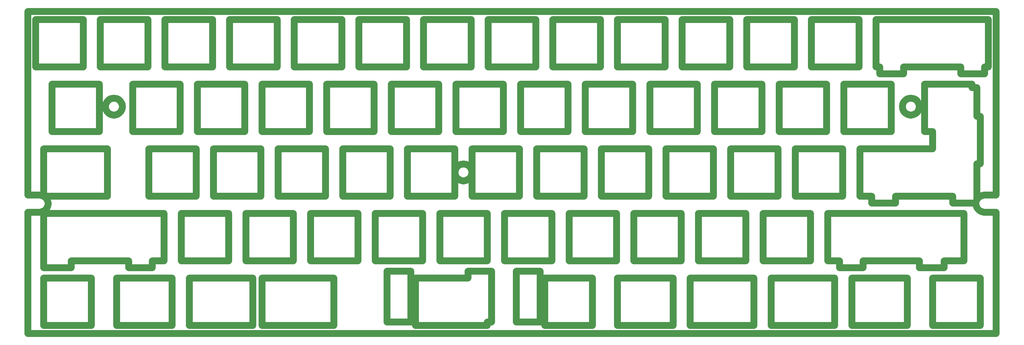
<source format=gbr>
G04 #@! TF.GenerationSoftware,KiCad,Pcbnew,(5.1.10)-1*
G04 #@! TF.CreationDate,2021-11-22T23:52:00+09:00*
G04 #@! TF.ProjectId,Plate1,506c6174-6531-42e6-9b69-6361645f7063,rev?*
G04 #@! TF.SameCoordinates,Original*
G04 #@! TF.FileFunction,Soldermask,Top*
G04 #@! TF.FilePolarity,Negative*
%FSLAX46Y46*%
G04 Gerber Fmt 4.6, Leading zero omitted, Abs format (unit mm)*
G04 Created by KiCad (PCBNEW (5.1.10)-1) date 2021-11-22 23:52:00*
%MOMM*%
%LPD*%
G01*
G04 APERTURE LIST*
%ADD10C,2.000000*%
G04 APERTURE END LIST*
D10*
X255692751Y-54437001D02*
X272568751Y-54437001D01*
X272568751Y-54437001D02*
X272568751Y-56437001D01*
X281873001Y-59138401D02*
X285374001Y-59138401D01*
X281100001Y-59015700D02*
X281873001Y-59138401D01*
X248692751Y-56437001D02*
X255692751Y-56437001D01*
X279497001Y-57410201D02*
X279851001Y-58107601D01*
X279374001Y-56637200D02*
X279497001Y-57410201D01*
X285374001Y-59138401D02*
X285374001Y-94874001D01*
X279851001Y-58107601D02*
X280404001Y-58661501D01*
X280404001Y-58661501D02*
X281100001Y-59015700D01*
X248692751Y-54437001D02*
X248692751Y-56437001D01*
X255692751Y-56437001D02*
X255692751Y-54437001D01*
X279405906Y-56437001D02*
X279374001Y-56637200D01*
X272568751Y-56437001D02*
X279405906Y-56437001D01*
X5520891Y-55168301D02*
X4968301Y-54614100D01*
X5876421Y-57410201D02*
X5999050Y-56638700D01*
X30912000Y-35387001D02*
X44912001Y-35387001D01*
X166355751Y-78537001D02*
X152355751Y-78537001D01*
X30912000Y-21387000D02*
X30912000Y-35387001D01*
X149974501Y-54437001D02*
X163974501Y-54437001D01*
X3499300Y-59138401D02*
X4272381Y-59015700D01*
X0Y-94874001D02*
X-915Y-59138401D01*
X149974501Y-40437001D02*
X149974501Y-54437001D01*
X159212001Y-21387000D02*
X145212001Y-21387000D01*
X280655751Y-30912001D02*
X279655751Y-30912001D01*
X145212001Y-21387000D02*
X145212001Y-35387001D01*
X163974501Y-54437001D02*
X163974501Y-40437001D01*
X281873001Y-54137501D02*
X281100001Y-54260201D01*
X4272381Y-59015700D02*
X4968301Y-58661501D01*
X245224501Y-54437001D02*
X248692751Y-54437001D01*
X259224501Y-40437001D02*
X245224501Y-40437001D01*
X264274501Y-21387000D02*
X264274501Y-35387001D01*
X266655751Y-35387001D02*
X266655751Y-40431230D01*
X285374001Y-54137501D02*
X281873001Y-54137501D01*
X7099501Y-35387001D02*
X21099501Y-35387001D01*
X21099501Y-21387000D02*
X7099501Y-21387000D01*
X166355751Y-92537001D02*
X166355751Y-78537001D01*
X145212001Y-35387001D02*
X159212001Y-35387001D01*
X279655751Y-44912001D02*
X280655751Y-44912001D01*
X44912001Y-21387000D02*
X30912000Y-21387000D01*
X-915Y-59138401D02*
X3499300Y-59138401D01*
X7099501Y-21387000D02*
X7099501Y-35387001D01*
X152355751Y-92537001D02*
X166355751Y-92537001D01*
X42530751Y-78537001D02*
X26149500Y-78537001D01*
X26149500Y-78537001D02*
X26149500Y-92537001D01*
X278274501Y-22474001D02*
X278274501Y-21387000D01*
X279655751Y-55552789D02*
X279655751Y-44912001D01*
X21099501Y-35387001D02*
X21099501Y-21387000D01*
X42530751Y-92537001D02*
X42530751Y-78537001D01*
X202074501Y-54437001D02*
X202074501Y-40437001D01*
X279655751Y-22474001D02*
X278274501Y-22474001D01*
X4968301Y-54614100D02*
X4272381Y-54260201D01*
X285374001Y-94874001D02*
X0Y-94874001D01*
X188074501Y-54437001D02*
X202074501Y-54437001D01*
X245224501Y-40437001D02*
X245224501Y-54437001D01*
X266655751Y-40431230D02*
X259224501Y-40437001D01*
X279851001Y-55168301D02*
X279655751Y-55552789D01*
X281100001Y-54260201D02*
X280404001Y-54614100D01*
X4968301Y-58661501D02*
X5520891Y-58107601D01*
X-915Y-54137501D02*
X0Y0D01*
X26149500Y-92537001D02*
X42530751Y-92537001D01*
X44912001Y-35387001D02*
X44912001Y-21387000D01*
X264274501Y-35387001D02*
X266655751Y-35387001D01*
X5876421Y-55865400D02*
X5520891Y-55168301D01*
X159212001Y-35387001D02*
X159212001Y-21387000D01*
X280655751Y-44912001D02*
X280655751Y-30912001D01*
X5999050Y-56638700D02*
X5876421Y-55865400D01*
X4272381Y-54260201D02*
X3500680Y-54137501D01*
X5520891Y-58107601D02*
X5876421Y-57410201D01*
X188074501Y-40437001D02*
X188074501Y-54437001D01*
X202074501Y-40437001D02*
X188074501Y-40437001D01*
X278274501Y-21387000D02*
X264274501Y-21387000D01*
X279655751Y-30912001D02*
X279655751Y-22474001D01*
X152355751Y-78537001D02*
X152355751Y-92537001D01*
X280404001Y-54614100D02*
X279851001Y-55168301D01*
X285374001Y0D02*
X285374001Y-54137501D01*
X0Y0D02*
X285374001Y0D01*
X3500680Y-54137501D02*
X-915Y-54137501D01*
X187787001Y-2337001D02*
X173787001Y-2337001D01*
X230649501Y-59487001D02*
X216649501Y-59487001D01*
X88062001Y-21387000D02*
X88062001Y-35387001D01*
X23009601Y-27264300D02*
X22886900Y-28038600D01*
X102062001Y-21387000D02*
X88062001Y-21387000D01*
X4718251Y-92537001D02*
X18718251Y-92537001D01*
X254462001Y-35387001D02*
X254462001Y-21387000D01*
X25386701Y-25537800D02*
X24613600Y-25660200D01*
X26855701Y-26014400D02*
X26159800Y-25660200D01*
X26855701Y-30060401D02*
X27406900Y-29506500D01*
X187787001Y-16337000D02*
X187787001Y-2337001D01*
X159499501Y-59487001D02*
X159499501Y-73487001D01*
X24613600Y-30414600D02*
X25386701Y-30538401D01*
X216649501Y-73487001D02*
X230649501Y-73487001D01*
X24613600Y-25660200D02*
X23917701Y-26014400D01*
X213980751Y-92537001D02*
X213980751Y-78537001D01*
X4718251Y-54437001D02*
X23480751Y-54437001D01*
X163974501Y-40437001D02*
X149974501Y-40437001D01*
X173787001Y-16337000D02*
X187787001Y-16337000D01*
X216649501Y-59487001D02*
X216649501Y-73487001D01*
X23363701Y-29506500D02*
X23917701Y-30060401D01*
X22886900Y-28038600D02*
X23009601Y-28810500D01*
X23363701Y-26568200D02*
X23009601Y-27264300D01*
X25386701Y-30538401D02*
X26159800Y-30414600D01*
X178262001Y-21387000D02*
X164262001Y-21387000D01*
X164262001Y-35387001D02*
X178262001Y-35387001D01*
X192837001Y-2337001D02*
X192837001Y-16337000D01*
X26159800Y-25660200D02*
X25386701Y-25537800D01*
X4718251Y-40437001D02*
X4718251Y-54437001D01*
X225887001Y-16337000D02*
X225887001Y-2337001D01*
X23009601Y-28810500D02*
X23363701Y-29506500D01*
X195218251Y-92537001D02*
X213980751Y-92537001D01*
X211887001Y-16337000D02*
X225887001Y-16337000D01*
X23917701Y-30060401D02*
X24613600Y-30414600D01*
X173499501Y-59487001D02*
X159499501Y-59487001D01*
X27763801Y-27264300D02*
X27406900Y-26568200D01*
X173499501Y-73487001D02*
X173499501Y-59487001D01*
X18718251Y-92537001D02*
X18718251Y-78537001D01*
X27406900Y-26568200D02*
X26855701Y-26014400D01*
X27886400Y-28038600D02*
X27763801Y-27264300D01*
X178262001Y-35387001D02*
X178262001Y-21387000D01*
X206837001Y-16337000D02*
X206837001Y-2337001D01*
X206837001Y-2337001D02*
X192837001Y-2337001D01*
X211887001Y-2337001D02*
X211887001Y-16337000D01*
X240462001Y-21387000D02*
X240462001Y-35387001D01*
X230649501Y-73487001D02*
X230649501Y-59487001D01*
X102062001Y-35387001D02*
X102062001Y-21387000D01*
X23480751Y-40437001D02*
X4718251Y-40437001D01*
X213980751Y-78537001D02*
X195218251Y-78537001D01*
X4718251Y-78537001D02*
X4718251Y-92537001D01*
X26159800Y-30414600D02*
X26855701Y-30060401D01*
X225887001Y-2337001D02*
X211887001Y-2337001D01*
X254462001Y-21387000D02*
X240462001Y-21387000D01*
X18718251Y-78537001D02*
X4718251Y-78537001D01*
X240462001Y-35387001D02*
X254462001Y-35387001D01*
X27763801Y-28810500D02*
X27886400Y-28038600D01*
X27406900Y-29506500D02*
X27763801Y-28810500D01*
X23480751Y-54437001D02*
X23480751Y-40437001D01*
X195218251Y-78537001D02*
X195218251Y-92537001D01*
X164262001Y-21387000D02*
X164262001Y-35387001D01*
X192837001Y-16337000D02*
X206837001Y-16337000D01*
X173787001Y-2337001D02*
X173787001Y-16337000D01*
X159499501Y-73487001D02*
X173499501Y-73487001D01*
X88062001Y-35387001D02*
X102062001Y-35387001D01*
X242843251Y-92537001D02*
X259224501Y-92537001D01*
X257858001Y-27264300D02*
X257736000Y-28038600D01*
X59487001Y-16337000D02*
X73487001Y-16337000D01*
X59487001Y-2337001D02*
X59487001Y-16337000D01*
X262613001Y-28810500D02*
X262736000Y-28038600D01*
X260236000Y-30538401D02*
X261008001Y-30414600D01*
X260236000Y-25537800D02*
X259463001Y-25660200D01*
X261008001Y-30414600D02*
X261705000Y-30060401D01*
X230937001Y-16337000D02*
X244937001Y-16337000D01*
X258766001Y-30060401D02*
X259463001Y-30414600D01*
X258213001Y-29506500D02*
X258766001Y-30060401D01*
X249987012Y-16337001D02*
X251073916Y-16337001D01*
X270043751Y-73487001D02*
X275893251Y-73487001D01*
X270043751Y-75487001D02*
X270043751Y-73487001D01*
X261705000Y-26014400D02*
X261008001Y-25660200D01*
X262774338Y-75487001D02*
X270043751Y-75487001D01*
X251074001Y-18337001D02*
X258074001Y-18337001D01*
X262258001Y-26568200D02*
X261705000Y-26014400D01*
X257736000Y-28038600D02*
X257858001Y-28810500D01*
X259224501Y-78537001D02*
X242843251Y-78537001D01*
X259224501Y-92537001D02*
X259224501Y-78537001D01*
X262613001Y-27264300D02*
X262258001Y-26568200D01*
X262258001Y-29506500D02*
X262613001Y-28810500D01*
X73487001Y-16337000D02*
X73487001Y-2337001D01*
X258766001Y-26014400D02*
X258213001Y-26568200D01*
X259463001Y-25660200D02*
X258766001Y-26014400D01*
X258074001Y-16337001D02*
X259512001Y-16337000D01*
X261705000Y-30060401D02*
X262258001Y-29506500D01*
X261008001Y-25660200D02*
X260236000Y-25537800D01*
X130924501Y-54437001D02*
X144924501Y-54437001D01*
X73487001Y-2337001D02*
X59487001Y-2337001D01*
X262774338Y-73487001D02*
X262774338Y-75487001D01*
X246167751Y-73487001D02*
X262774338Y-73487001D01*
X281950001Y-16337001D02*
X283037014Y-16337001D01*
X249987012Y-2337001D02*
X249987012Y-16337001D01*
X262736000Y-28038600D02*
X262613001Y-27264300D01*
X259463001Y-30414600D02*
X260236000Y-30538401D01*
X244937001Y-16337000D02*
X244937001Y-2337001D01*
X258213001Y-26568200D02*
X257858001Y-27264300D01*
X242843251Y-78537001D02*
X242843251Y-92537001D01*
X274950073Y-16337000D02*
X274950001Y-18337001D01*
X251073916Y-16337001D02*
X251074001Y-18337001D01*
X259512001Y-16337000D02*
X274950073Y-16337000D01*
X257858001Y-28810500D02*
X258213001Y-29506500D01*
X144924501Y-54437001D02*
X144924501Y-40437001D01*
X244937001Y-2337001D02*
X230937001Y-2337001D01*
X283037014Y-2337001D02*
X249987012Y-2337001D01*
X283037014Y-16337001D02*
X283037014Y-2337001D01*
X274950001Y-18337001D02*
X281950001Y-18337001D01*
X230937001Y-2337001D02*
X230937001Y-16337000D01*
X281950001Y-18337001D02*
X281950001Y-16337001D01*
X258074001Y-18337001D02*
X258074001Y-16337001D01*
X97587001Y-16337000D02*
X111587001Y-16337000D01*
X154449501Y-59487001D02*
X140449501Y-59487001D01*
X59199501Y-73487001D02*
X59199501Y-59487001D01*
X16337000Y-16337000D02*
X16337000Y-2337001D01*
X87774501Y-54437001D02*
X87774501Y-40437001D01*
X35387001Y-16337000D02*
X35387001Y-2337001D01*
X144924501Y-40437001D02*
X130924501Y-40437001D01*
X149687001Y-2337001D02*
X135687001Y-2337001D01*
X140449501Y-73487001D02*
X154449501Y-73487001D01*
X29722307Y-73487001D02*
X29722307Y-75487001D01*
X4718251Y-59487001D02*
X4718251Y-75487001D01*
X36682002Y-73487100D02*
X36812001Y-73487100D01*
X121399501Y-73487001D02*
X135399501Y-73487001D01*
X149687001Y-16337000D02*
X149687001Y-2337001D01*
X36812001Y-73487001D02*
X40149500Y-73487001D01*
X135687001Y-16337000D02*
X149687001Y-16337000D01*
X221412001Y-35387001D02*
X235412001Y-35387001D01*
X221412001Y-21387000D02*
X221412001Y-35387001D01*
X59199501Y-59487001D02*
X45199501Y-59487001D01*
X140449501Y-59487001D02*
X140449501Y-73487001D01*
X21387001Y-16337000D02*
X35387001Y-16337000D01*
X168737001Y-2337001D02*
X154737001Y-2337001D01*
X36681251Y-75487001D02*
X36681251Y-73492004D01*
X83012001Y-35387001D02*
X83012001Y-21387000D01*
X69012001Y-35387001D02*
X83012001Y-35387001D01*
X35387001Y-2337001D02*
X21387001Y-2337001D01*
X12805250Y-73487001D02*
X29722307Y-73487001D01*
X4718251Y-75487001D02*
X12805250Y-75487001D01*
X235412001Y-35387001D02*
X235412001Y-21387000D01*
X40149500Y-73487001D02*
X40149500Y-59487001D01*
X45199501Y-73487001D02*
X59199501Y-73487001D01*
X45199501Y-59487001D02*
X45199501Y-73487001D01*
X12805250Y-75487001D02*
X12805250Y-73487001D01*
X83012001Y-21387000D02*
X69012001Y-21387000D01*
X29722307Y-75487001D02*
X36681251Y-75487001D01*
X130924501Y-40437001D02*
X130924501Y-54437001D01*
X21387001Y-2337001D02*
X21387001Y-16337000D01*
X135687001Y-2337001D02*
X135687001Y-16337000D01*
X97587001Y-2337001D02*
X97587001Y-16337000D01*
X235412001Y-21387000D02*
X221412001Y-21387000D01*
X111587001Y-2337001D02*
X97587001Y-2337001D01*
X111587001Y-16337000D02*
X111587001Y-2337001D01*
X2337001Y-2337001D02*
X2337001Y-16337000D01*
X154737001Y-2337001D02*
X154737001Y-16337000D01*
X69012001Y-21387000D02*
X69012001Y-35387001D01*
X68724501Y-54437001D02*
X68724501Y-40437001D01*
X73774501Y-54437001D02*
X87774501Y-54437001D01*
X154449501Y-73487001D02*
X154449501Y-59487001D01*
X68724501Y-40437001D02*
X54724501Y-40437001D01*
X54724501Y-54437001D02*
X68724501Y-54437001D01*
X154737001Y-16337000D02*
X168737001Y-16337000D01*
X54724501Y-40437001D02*
X54724501Y-54437001D01*
X87774501Y-40437001D02*
X73774501Y-40437001D01*
X16337000Y-2337001D02*
X2337001Y-2337001D01*
X121399501Y-59487001D02*
X121399501Y-73487001D01*
X2337001Y-16337000D02*
X16337000Y-16337000D01*
X168737001Y-16337000D02*
X168737001Y-2337001D01*
X40149500Y-59487001D02*
X4718251Y-59487001D01*
X73774501Y-40437001D02*
X73774501Y-54437001D01*
X36682002Y-73492004D02*
X36682002Y-73487100D01*
X135399501Y-73487001D02*
X135399501Y-59487001D01*
X36681251Y-73492004D02*
X36682002Y-73492004D01*
X36812001Y-73487100D02*
X36812001Y-73487001D01*
X135399501Y-59487001D02*
X121399501Y-59487001D01*
X183312001Y-35387001D02*
X197312001Y-35387001D01*
X197599501Y-73487001D02*
X211599501Y-73487001D01*
X66343251Y-78537001D02*
X47580751Y-78537001D01*
X280655751Y-78537001D02*
X266655751Y-78537001D01*
X49674501Y-40437001D02*
X35674501Y-40437001D01*
X126162001Y-35387001D02*
X140162001Y-35387001D01*
X97299501Y-73487001D02*
X97299501Y-59487001D01*
X183024501Y-54437001D02*
X183024501Y-40437001D01*
X197312001Y-21387000D02*
X183312001Y-21387000D01*
X178549501Y-59487001D02*
X178549501Y-73487001D01*
X266655751Y-78537001D02*
X266655751Y-92537001D01*
X178549501Y-73487001D02*
X192549501Y-73487001D01*
X140162001Y-35387001D02*
X140162001Y-21387000D01*
X192549501Y-73487001D02*
X192549501Y-59487001D01*
X183024501Y-40437001D02*
X169024501Y-40437001D01*
X54437001Y-2337001D02*
X40437001Y-2337001D01*
X183312001Y-21387000D02*
X183312001Y-35387001D01*
X237793251Y-92537001D02*
X237793251Y-78537001D01*
X280655751Y-92537001D02*
X280655751Y-78537001D01*
X150949501Y-76537001D02*
X143949501Y-76537001D01*
X83299501Y-59487001D02*
X83299501Y-73487001D01*
X97299501Y-59487001D02*
X83299501Y-59487001D01*
X207124501Y-40437001D02*
X207124501Y-54437001D01*
X221124501Y-40437001D02*
X207124501Y-40437001D01*
X49674501Y-54437001D02*
X49674501Y-40437001D01*
X197599501Y-59487001D02*
X197599501Y-73487001D01*
X47580751Y-92537001D02*
X66343251Y-92537001D01*
X192549501Y-59487001D02*
X178549501Y-59487001D01*
X216362001Y-35387001D02*
X216362001Y-21387000D01*
X35674501Y-54437001D02*
X49674501Y-54437001D01*
X140162001Y-21387000D02*
X126162001Y-21387000D01*
X237793251Y-78537001D02*
X219030751Y-78537001D01*
X219030751Y-92537001D02*
X237793251Y-92537001D01*
X219030751Y-78537001D02*
X219030751Y-92537001D01*
X35674501Y-40437001D02*
X35674501Y-54437001D01*
X107112001Y-21387000D02*
X107112001Y-35387001D01*
X121112001Y-35387001D02*
X121112001Y-21387000D01*
X102349501Y-73487001D02*
X116349501Y-73487001D01*
X266655751Y-92537001D02*
X280655751Y-92537001D01*
X207124501Y-54437001D02*
X221124501Y-54437001D01*
X197312001Y-35387001D02*
X197312001Y-21387000D01*
X66343251Y-92537001D02*
X66343251Y-78537001D01*
X211599501Y-59487001D02*
X197599501Y-59487001D01*
X47580751Y-78537001D02*
X47580751Y-92537001D01*
X83299501Y-73487001D02*
X97299501Y-73487001D01*
X107112001Y-35387001D02*
X121112001Y-35387001D01*
X126162001Y-21387000D02*
X126162001Y-35387001D01*
X202362001Y-21387000D02*
X202362001Y-35387001D01*
X102349501Y-59487001D02*
X102349501Y-73487001D01*
X40437001Y-16337000D02*
X54437001Y-16337000D01*
X40437001Y-2337001D02*
X40437001Y-16337000D01*
X150949501Y-91537001D02*
X150949501Y-76537001D01*
X169024501Y-40437001D02*
X169024501Y-54437001D01*
X54437001Y-16337000D02*
X54437001Y-2337001D01*
X169024501Y-54437001D02*
X183024501Y-54437001D01*
X121112001Y-21387000D02*
X107112001Y-21387000D01*
X116349501Y-59487001D02*
X102349501Y-59487001D01*
X116349501Y-73487001D02*
X116349501Y-59487001D01*
X143949501Y-91537001D02*
X150949501Y-91537001D01*
X202362001Y-35387001D02*
X216362001Y-35387001D01*
X211599501Y-73487001D02*
X211599501Y-59487001D01*
X143949501Y-76537001D02*
X143949501Y-91537001D01*
X221124501Y-54437001D02*
X221124501Y-40437001D01*
X216362001Y-21387000D02*
X202362001Y-21387000D01*
X63962001Y-35387001D02*
X63962001Y-21387000D01*
X49962001Y-35387001D02*
X63962001Y-35387001D01*
X190168251Y-78537001D02*
X173787001Y-78537001D01*
X130637000Y-16337000D02*
X130637000Y-2337001D01*
X190168251Y-92537001D02*
X190168251Y-78537001D01*
X49962001Y-21387000D02*
X49962001Y-35387001D01*
X63962001Y-21387000D02*
X49962001Y-21387000D01*
X173787001Y-92537001D02*
X190168251Y-92537001D01*
X173787001Y-78537001D02*
X173787001Y-92537001D01*
X130637000Y-2337001D02*
X116637001Y-2337001D01*
X116637001Y-16337000D02*
X130637000Y-16337000D01*
X116637001Y-2337001D02*
X116637001Y-16337000D01*
X78537001Y-16337000D02*
X92537001Y-16337000D01*
X92537001Y-16337000D02*
X92537001Y-2337001D01*
X235699501Y-59487001D02*
X235699501Y-73487001D01*
X78249501Y-59487001D02*
X64249501Y-59487001D01*
X64249501Y-73487001D02*
X78249501Y-73487001D01*
X136693751Y-91537001D02*
X136693751Y-76537001D01*
X135399501Y-91537001D02*
X136693751Y-91537001D01*
X135399501Y-92537001D02*
X135399501Y-91537001D01*
X240174501Y-54437001D02*
X240174501Y-40437001D01*
X90155751Y-92537001D02*
X90155751Y-78537001D01*
X240174501Y-40437001D02*
X226174501Y-40437001D01*
X246167751Y-75487001D02*
X246167751Y-73487001D01*
X239167751Y-75487001D02*
X246167751Y-75487001D01*
X78537001Y-2337001D02*
X78537001Y-16337000D01*
X136693751Y-76537001D02*
X129693751Y-76537001D01*
X23917701Y-26014400D02*
X23363701Y-26568200D01*
X130764001Y-46664201D02*
X130410001Y-45968500D01*
X126364001Y-45968500D02*
X126007001Y-46664201D01*
X105817751Y-76537001D02*
X105817751Y-91537001D01*
X114255751Y-78537001D02*
X114255751Y-92537001D01*
X130764001Y-48210400D02*
X130888001Y-47438901D01*
X130410001Y-48907901D02*
X130764001Y-48210400D01*
X235699501Y-73487001D02*
X239167751Y-73487001D01*
X111874501Y-54437001D02*
X125874501Y-54437001D01*
X130888001Y-47438901D02*
X130764001Y-46664201D01*
X112849501Y-76537001D02*
X105817751Y-76537001D01*
X111874501Y-40437001D02*
X111874501Y-54437001D01*
X114255751Y-92537001D02*
X135399501Y-92537001D01*
X69012001Y-78537001D02*
X69012001Y-92537001D01*
X69012001Y-92537001D02*
X90155751Y-92537001D01*
X112849501Y-91537001D02*
X112849501Y-76537001D01*
X275893251Y-73487001D02*
X275893251Y-59487001D01*
X105817751Y-91537001D02*
X112849501Y-91537001D01*
X129856001Y-49460301D02*
X130410001Y-48907901D01*
X129160001Y-49815900D02*
X129856001Y-49460301D01*
X226174501Y-40437001D02*
X226174501Y-54437001D01*
X128387001Y-49938701D02*
X129160001Y-49815900D01*
X125874501Y-40437001D02*
X111874501Y-40437001D01*
X127614001Y-49815900D02*
X128387001Y-49938701D01*
X126918001Y-45414301D02*
X126364001Y-45968500D01*
X126364001Y-48907901D02*
X126918001Y-49460301D01*
X129856001Y-45414301D02*
X129160001Y-45060100D01*
X92824501Y-40437001D02*
X92824501Y-54437001D01*
X90155751Y-78537001D02*
X69012001Y-78537001D01*
X78249501Y-73487001D02*
X78249501Y-59487001D01*
X226174501Y-54437001D02*
X240174501Y-54437001D01*
X125887001Y-47438901D02*
X126007001Y-48210400D01*
X275893251Y-59487001D02*
X235699501Y-59487001D01*
X92537001Y-2337001D02*
X78537001Y-2337001D01*
X126007001Y-46664201D02*
X125887001Y-47438901D01*
X125874501Y-54437001D02*
X125874501Y-40437001D01*
X129693751Y-78537001D02*
X114255751Y-78537001D01*
X129693751Y-76537001D02*
X129693751Y-78537001D01*
X130410001Y-45968500D02*
X129856001Y-45414301D01*
X64249501Y-59487001D02*
X64249501Y-73487001D01*
X239167751Y-73487001D02*
X239167751Y-75487001D01*
X127614001Y-45060100D02*
X126918001Y-45414301D01*
X128387001Y-44939100D02*
X127614001Y-45060100D01*
X126007001Y-48210400D02*
X126364001Y-48907901D01*
X126918001Y-49460301D02*
X127614001Y-49815900D01*
X129160001Y-45060100D02*
X128387001Y-44939100D01*
X106824501Y-40437001D02*
X92824501Y-40437001D01*
X106824501Y-54437001D02*
X106824501Y-40437001D01*
X92824501Y-54437001D02*
X106824501Y-54437001D01*
M02*

</source>
